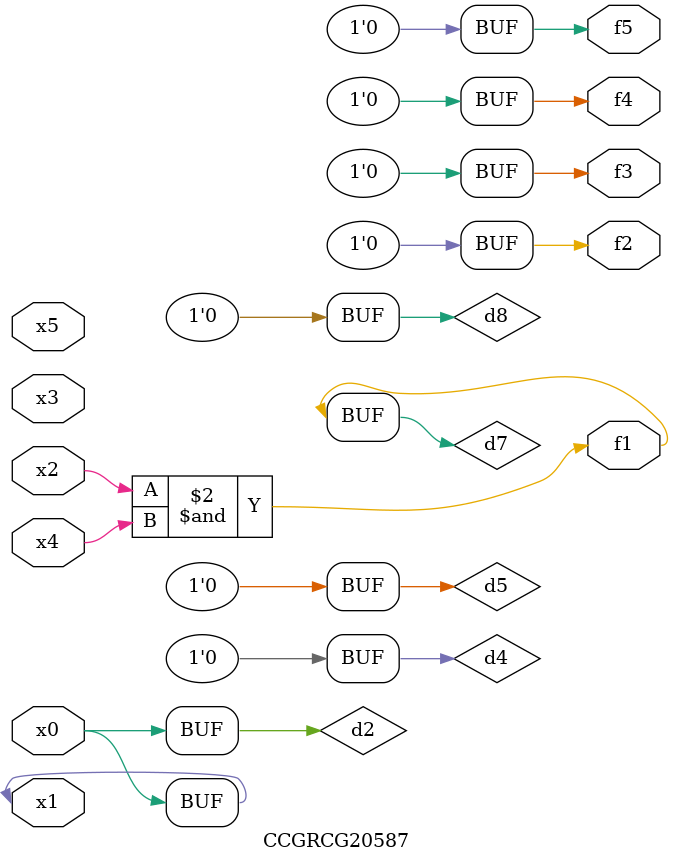
<source format=v>
module CCGRCG20587(
	input x0, x1, x2, x3, x4, x5,
	output f1, f2, f3, f4, f5
);

	wire d1, d2, d3, d4, d5, d6, d7, d8, d9;

	nand (d1, x1);
	buf (d2, x0, x1);
	nand (d3, x2, x4);
	and (d4, d1, d2);
	and (d5, d1, d2);
	nand (d6, d1, d3);
	not (d7, d3);
	xor (d8, d5);
	nor (d9, d5, d6);
	assign f1 = d7;
	assign f2 = d8;
	assign f3 = d8;
	assign f4 = d8;
	assign f5 = d8;
endmodule

</source>
